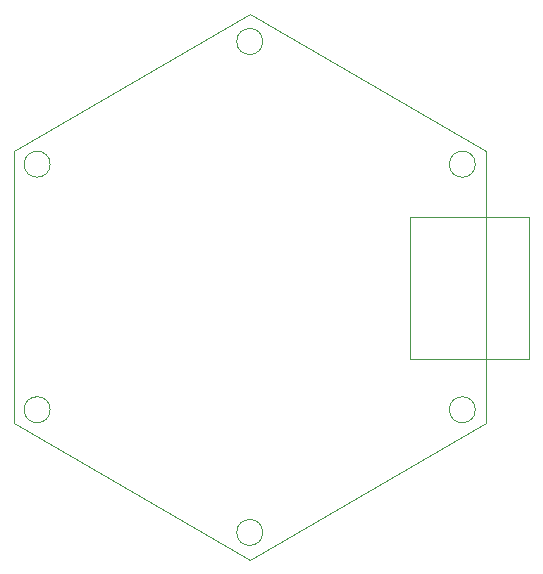
<source format=gbr>
%TF.GenerationSoftware,KiCad,Pcbnew,8.0.2-1*%
%TF.CreationDate,2024-05-06T20:00:43-04:00*%
%TF.ProjectId,LED_INDICATOR,4c45445f-494e-4444-9943-41544f522e6b,rev?*%
%TF.SameCoordinates,Original*%
%TF.FileFunction,Profile,NP*%
%FSLAX46Y46*%
G04 Gerber Fmt 4.6, Leading zero omitted, Abs format (unit mm)*
G04 Created by KiCad (PCBNEW 8.0.2-1) date 2024-05-06 20:00:43*
%MOMM*%
%LPD*%
G01*
G04 APERTURE LIST*
%TA.AperFunction,Profile*%
%ADD10C,0.100000*%
%TD*%
G04 APERTURE END LIST*
D10*
X130160000Y-88557605D02*
X130160000Y-111651615D01*
X169260000Y-110496915D02*
G75*
G02*
X167060000Y-110496915I-1100000J0D01*
G01*
X167060000Y-110496915D02*
G75*
G02*
X169260000Y-110496915I1100000J0D01*
G01*
X130160000Y-111651615D02*
X150160000Y-123198621D01*
X169260000Y-89712305D02*
G75*
G02*
X167060000Y-89712305I-1100000J0D01*
G01*
X167060000Y-89712305D02*
G75*
G02*
X169260000Y-89712305I1100000J0D01*
G01*
X133260000Y-89712305D02*
G75*
G02*
X131060000Y-89712305I-1100000J0D01*
G01*
X131060000Y-89712305D02*
G75*
G02*
X133260000Y-89712305I1100000J0D01*
G01*
X150160000Y-77010599D02*
X130160000Y-88557605D01*
X170160000Y-88557605D02*
X150160000Y-77010599D01*
X151260000Y-79320000D02*
G75*
G02*
X149060000Y-79320000I-1100000J0D01*
G01*
X149060000Y-79320000D02*
G75*
G02*
X151260000Y-79320000I1100000J0D01*
G01*
X151260000Y-120889220D02*
G75*
G02*
X149060000Y-120889220I-1100000J0D01*
G01*
X149060000Y-120889220D02*
G75*
G02*
X151260000Y-120889220I1100000J0D01*
G01*
X170160000Y-111651615D02*
X170160000Y-88557605D01*
X150160000Y-123198621D02*
X170160000Y-111651615D01*
X133260000Y-110496915D02*
G75*
G02*
X131060000Y-110496915I-1100000J0D01*
G01*
X131060000Y-110496915D02*
G75*
G02*
X133260000Y-110496915I1100000J0D01*
G01*
X163760000Y-94198621D02*
X173825000Y-94198621D01*
X173825000Y-106198621D01*
X163760000Y-106198621D01*
X163760000Y-94198621D01*
M02*

</source>
